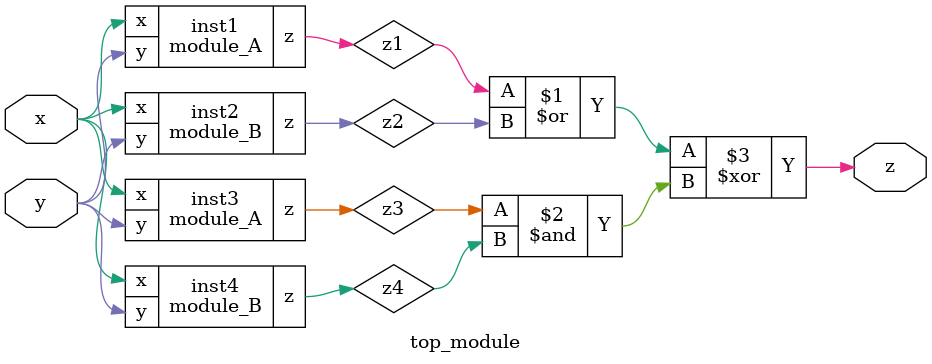
<source format=sv>
module module_A(
    input x,
    input y,
    output z
);

assign z = (x ^ y) & x;

endmodule
module module_B(
    input x,
    input y,
    output z
);

assign z = (x & ~y) | (~x & y);

endmodule
module top_module(
    input x,
    input y,
    output z
);

wire z1, z2, z3, z4;

module_A inst1 (
    .x(x),
    .y(y),
    .z(z1)
);

module_B inst2 (
    .x(x),
    .y(y),
    .z(z2)
);

module_A inst3 (
    .x(x),
    .y(y),
    .z(z3)
);

module_B inst4 (
    .x(x),
    .y(y),
    .z(z4)
);

assign z = (z1 | z2) ^ (z3 & z4);

endmodule

</source>
